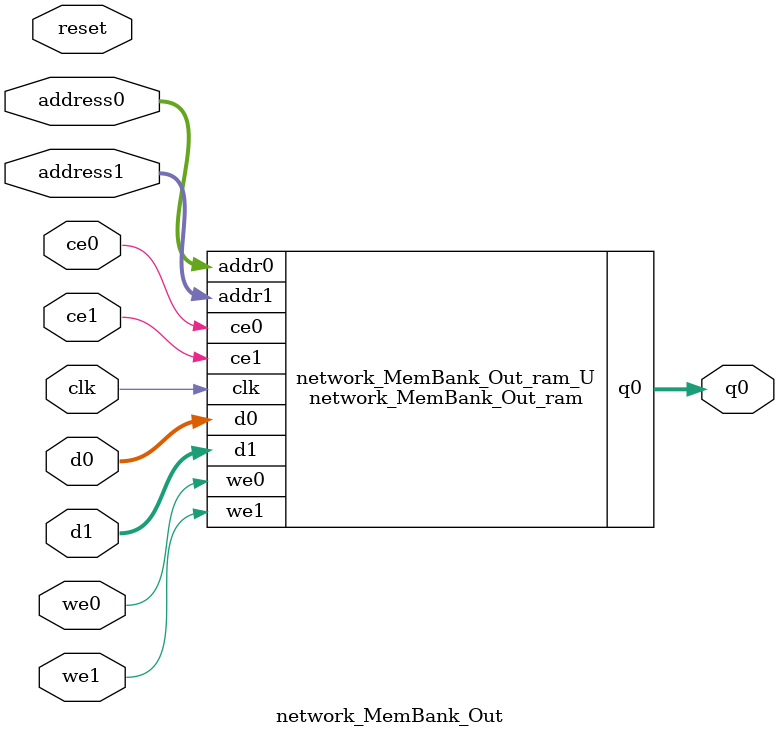
<source format=v>
`timescale 1 ns / 1 ps
module network_MemBank_Out_ram (addr0, ce0, d0, we0, q0, addr1, ce1, d1, we1,  clk);

parameter DWIDTH = 16;
parameter AWIDTH = 10;
parameter MEM_SIZE = 784;

input[AWIDTH-1:0] addr0;
input ce0;
input[DWIDTH-1:0] d0;
input we0;
output reg[DWIDTH-1:0] q0;
input[AWIDTH-1:0] addr1;
input ce1;
input[DWIDTH-1:0] d1;
input we1;
input clk;

(* ram_style = "block" *)reg [DWIDTH-1:0] ram[0:MEM_SIZE-1];




always @(posedge clk)  
begin 
    if (ce0) 
    begin
        if (we0) 
        begin 
            ram[addr0] <= d0; 
        end 
        q0 <= ram[addr0];
    end
end


always @(posedge clk)  
begin 
    if (ce1) 
    begin
        if (we1) 
        begin 
            ram[addr1] <= d1; 
        end 
    end
end


endmodule

`timescale 1 ns / 1 ps
module network_MemBank_Out(
    reset,
    clk,
    address0,
    ce0,
    we0,
    d0,
    q0,
    address1,
    ce1,
    we1,
    d1);

parameter DataWidth = 32'd16;
parameter AddressRange = 32'd784;
parameter AddressWidth = 32'd10;
input reset;
input clk;
input[AddressWidth - 1:0] address0;
input ce0;
input we0;
input[DataWidth - 1:0] d0;
output[DataWidth - 1:0] q0;
input[AddressWidth - 1:0] address1;
input ce1;
input we1;
input[DataWidth - 1:0] d1;



network_MemBank_Out_ram network_MemBank_Out_ram_U(
    .clk( clk ),
    .addr0( address0 ),
    .ce0( ce0 ),
    .we0( we0 ),
    .d0( d0 ),
    .q0( q0 ),
    .addr1( address1 ),
    .ce1( ce1 ),
    .we1( we1 ),
    .d1( d1 ));

endmodule


</source>
